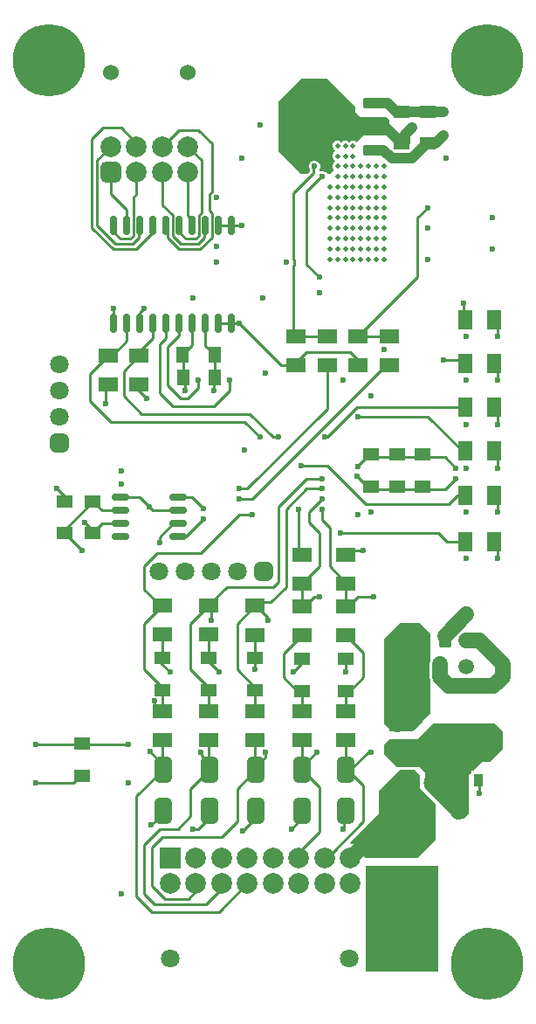
<source format=gbl>
G04*
G04 #@! TF.GenerationSoftware,Altium Limited,Altium Designer,23.0.1 (38)*
G04*
G04 Layer_Physical_Order=4*
G04 Layer_Color=16711680*
%FSLAX44Y44*%
%MOMM*%
G71*
G04*
G04 #@! TF.SameCoordinates,056E7371-CA95-4066-80D9-C2616C4CE960*
G04*
G04*
G04 #@! TF.FilePolarity,Positive*
G04*
G01*
G75*
%ADD11C,0.2500*%
%ADD17C,1.5000*%
%ADD18C,2.0000*%
%ADD19R,1.9500X1.4000*%
%ADD20R,1.6000X1.2000*%
%ADD21R,1.2000X1.6000*%
%ADD22R,1.4000X1.9500*%
G04:AMPARAMS|DCode=26|XSize=1.7mm|YSize=2.5mm|CornerRadius=0.425mm|HoleSize=0mm|Usage=FLASHONLY|Rotation=0.000|XOffset=0mm|YOffset=0mm|HoleType=Round|Shape=RoundedRectangle|*
%AMROUNDEDRECTD26*
21,1,1.7000,1.6500,0,0,0.0*
21,1,0.8500,2.5000,0,0,0.0*
1,1,0.8500,0.4250,-0.8250*
1,1,0.8500,-0.4250,-0.8250*
1,1,0.8500,-0.4250,0.8250*
1,1,0.8500,0.4250,0.8250*
%
%ADD26ROUNDEDRECTD26*%
%ADD51C,1.8000*%
%ADD52R,2.0000X2.0000*%
%ADD53C,7.0000*%
%ADD54C,1.5240*%
G04:AMPARAMS|DCode=55|XSize=2mm|YSize=2mm|CornerRadius=0.5mm|HoleSize=0mm|Usage=FLASHONLY|Rotation=90.000|XOffset=0mm|YOffset=0mm|HoleType=Round|Shape=RoundedRectangle|*
%AMROUNDEDRECTD55*
21,1,2.0000,1.0000,0,0,90.0*
21,1,1.0000,2.0000,0,0,90.0*
1,1,1.0000,0.5000,0.5000*
1,1,1.0000,0.5000,-0.5000*
1,1,1.0000,-0.5000,-0.5000*
1,1,1.0000,-0.5000,0.5000*
%
%ADD55ROUNDEDRECTD55*%
G04:AMPARAMS|DCode=56|XSize=1.8mm|YSize=1.8mm|CornerRadius=0.45mm|HoleSize=0mm|Usage=FLASHONLY|Rotation=270.000|XOffset=0mm|YOffset=0mm|HoleType=Round|Shape=RoundedRectangle|*
%AMROUNDEDRECTD56*
21,1,1.8000,0.9000,0,0,270.0*
21,1,0.9000,1.8000,0,0,270.0*
1,1,0.9000,-0.4500,-0.4500*
1,1,0.9000,-0.4500,0.4500*
1,1,0.9000,0.4500,0.4500*
1,1,0.9000,0.4500,-0.4500*
%
%ADD56ROUNDEDRECTD56*%
G04:AMPARAMS|DCode=57|XSize=1.8mm|YSize=1.8mm|CornerRadius=0.45mm|HoleSize=0mm|Usage=FLASHONLY|Rotation=180.000|XOffset=0mm|YOffset=0mm|HoleType=Round|Shape=RoundedRectangle|*
%AMROUNDEDRECTD57*
21,1,1.8000,0.9000,0,0,180.0*
21,1,0.9000,1.8000,0,0,180.0*
1,1,0.9000,-0.4500,0.4500*
1,1,0.9000,0.4500,0.4500*
1,1,0.9000,0.4500,-0.4500*
1,1,0.9000,-0.4500,-0.4500*
%
%ADD57ROUNDEDRECTD57*%
%ADD58C,0.7000*%
%ADD59C,0.5000*%
%ADD60C,0.6000*%
G04:AMPARAMS|DCode=61|XSize=3.3mm|YSize=2.3mm|CornerRadius=0.575mm|HoleSize=0mm|Usage=FLASHONLY|Rotation=0.000|XOffset=0mm|YOffset=0mm|HoleType=Round|Shape=RoundedRectangle|*
%AMROUNDEDRECTD61*
21,1,3.3000,1.1500,0,0,0.0*
21,1,2.1500,2.3000,0,0,0.0*
1,1,1.1500,1.0750,-0.5750*
1,1,1.1500,-1.0750,-0.5750*
1,1,1.1500,-1.0750,0.5750*
1,1,1.1500,1.0750,0.5750*
%
%ADD61ROUNDEDRECTD61*%
G04:AMPARAMS|DCode=62|XSize=0.6mm|YSize=1.9mm|CornerRadius=0.15mm|HoleSize=0mm|Usage=FLASHONLY|Rotation=180.000|XOffset=0mm|YOffset=0mm|HoleType=Round|Shape=RoundedRectangle|*
%AMROUNDEDRECTD62*
21,1,0.6000,1.6000,0,0,180.0*
21,1,0.3000,1.9000,0,0,180.0*
1,1,0.3000,-0.1500,0.8000*
1,1,0.3000,0.1500,0.8000*
1,1,0.3000,0.1500,-0.8000*
1,1,0.3000,-0.1500,-0.8000*
%
%ADD62ROUNDEDRECTD62*%
G04:AMPARAMS|DCode=63|XSize=1mm|YSize=2.1mm|CornerRadius=0.25mm|HoleSize=0mm|Usage=FLASHONLY|Rotation=90.000|XOffset=0mm|YOffset=0mm|HoleType=Round|Shape=RoundedRectangle|*
%AMROUNDEDRECTD63*
21,1,1.0000,1.6000,0,0,90.0*
21,1,0.5000,2.1000,0,0,90.0*
1,1,0.5000,0.8000,0.2500*
1,1,0.5000,0.8000,-0.2500*
1,1,0.5000,-0.8000,-0.2500*
1,1,0.5000,-0.8000,0.2500*
%
%ADD63ROUNDEDRECTD63*%
G04:AMPARAMS|DCode=64|XSize=3.3mm|YSize=2.1mm|CornerRadius=0.525mm|HoleSize=0mm|Usage=FLASHONLY|Rotation=90.000|XOffset=0mm|YOffset=0mm|HoleType=Round|Shape=RoundedRectangle|*
%AMROUNDEDRECTD64*
21,1,3.3000,1.0500,0,0,90.0*
21,1,2.2500,2.1000,0,0,90.0*
1,1,1.0500,0.5250,1.1250*
1,1,1.0500,0.5250,-1.1250*
1,1,1.0500,-0.5250,-1.1250*
1,1,1.0500,-0.5250,1.1250*
%
%ADD64ROUNDEDRECTD64*%
G04:AMPARAMS|DCode=65|XSize=0.65mm|YSize=1.7mm|CornerRadius=0.1625mm|HoleSize=0mm|Usage=FLASHONLY|Rotation=90.000|XOffset=0mm|YOffset=0mm|HoleType=Round|Shape=RoundedRectangle|*
%AMROUNDEDRECTD65*
21,1,0.6500,1.3750,0,0,90.0*
21,1,0.3250,1.7000,0,0,90.0*
1,1,0.3250,0.6875,0.1625*
1,1,0.3250,0.6875,-0.1625*
1,1,0.3250,-0.6875,-0.1625*
1,1,0.3250,-0.6875,0.1625*
%
%ADD65ROUNDEDRECTD65*%
%ADD66R,0.9000X1.3000*%
G04:AMPARAMS|DCode=67|XSize=1.3mm|YSize=1.1mm|CornerRadius=0.275mm|HoleSize=0mm|Usage=FLASHONLY|Rotation=90.000|XOffset=0mm|YOffset=0mm|HoleType=Round|Shape=RoundedRectangle|*
%AMROUNDEDRECTD67*
21,1,1.3000,0.5500,0,0,90.0*
21,1,0.7500,1.1000,0,0,90.0*
1,1,0.5500,0.2750,0.3750*
1,1,0.5500,0.2750,-0.3750*
1,1,0.5500,-0.2750,-0.3750*
1,1,0.5500,-0.2750,0.3750*
%
%ADD67ROUNDEDRECTD67*%
%ADD68R,1.3000X2.2000*%
G04:AMPARAMS|DCode=69|XSize=1.75mm|YSize=1.25mm|CornerRadius=0.3125mm|HoleSize=0mm|Usage=FLASHONLY|Rotation=270.000|XOffset=0mm|YOffset=0mm|HoleType=Round|Shape=RoundedRectangle|*
%AMROUNDEDRECTD69*
21,1,1.7500,0.6250,0,0,270.0*
21,1,1.1250,1.2500,0,0,270.0*
1,1,0.6250,-0.3125,-0.5625*
1,1,0.6250,-0.3125,0.5625*
1,1,0.6250,0.3125,0.5625*
1,1,0.6250,0.3125,-0.5625*
%
%ADD69ROUNDEDRECTD69*%
%ADD70C,1.0000*%
%ADD71C,1.5000*%
G36*
X335000Y867500D02*
Y862500D01*
X340000Y857500D01*
X365000D01*
X367500Y855000D01*
Y840000D01*
X342500D01*
X336064Y833564D01*
X335355Y834273D01*
X333503Y835040D01*
X331497D01*
X329645Y834273D01*
X328750Y833378D01*
X327855Y834273D01*
X326003Y835040D01*
X323997D01*
X322145Y834273D01*
X321250Y833378D01*
X320355Y834273D01*
X318503Y835040D01*
X316497D01*
X314645Y834273D01*
X313227Y832855D01*
X312460Y831003D01*
Y828997D01*
X313227Y827145D01*
X314645Y825727D01*
X314868Y825635D01*
Y824365D01*
X314645Y824273D01*
X313227Y822855D01*
X312460Y821003D01*
Y818997D01*
X313227Y817145D01*
X314645Y815727D01*
X314868Y815635D01*
Y814365D01*
X314645Y814273D01*
X313227Y812855D01*
X312460Y811003D01*
Y808997D01*
X313227Y807145D01*
X313936Y806436D01*
X310000Y802500D01*
X307461D01*
X307197Y803138D01*
X305638Y804697D01*
X303602Y805540D01*
X301398D01*
X300596Y805208D01*
X299121Y805972D01*
X299063Y806228D01*
X299697Y806862D01*
X300540Y808898D01*
Y811102D01*
X299697Y813138D01*
X298138Y814697D01*
X296102Y815540D01*
X293898D01*
X291862Y814697D01*
X290303Y813138D01*
X289460Y811102D01*
Y808898D01*
X290303Y806862D01*
X290466Y806699D01*
Y804984D01*
X287982Y802500D01*
X282500D01*
X260000Y825000D01*
Y872500D01*
X282500Y895000D01*
X307500D01*
X335000Y867500D01*
D02*
G37*
G36*
X407500Y357500D02*
Y330801D01*
X407218Y330121D01*
X407178Y329816D01*
X406873Y327500D01*
X406873Y327500D01*
Y314797D01*
X406873Y314797D01*
X407178Y312481D01*
X407218Y312176D01*
X407500Y311496D01*
Y280000D01*
X390000Y262500D01*
X367500D01*
Y265000D01*
X362500Y270000D01*
Y287500D01*
Y352500D01*
X377500Y367500D01*
X397500D01*
X407500Y357500D01*
D02*
G37*
G36*
X477500Y262500D02*
X477500D01*
Y245000D01*
X465000Y232500D01*
X457500D01*
X449040Y224040D01*
X447460D01*
Y222460D01*
X445000Y220000D01*
Y182500D01*
X440000Y177500D01*
X432500D01*
X402500Y207500D01*
Y222500D01*
X397500Y227500D01*
X392951D01*
X392500Y227590D01*
X377500D01*
X377049Y227500D01*
X375000D01*
X362500Y240000D01*
Y250000D01*
X367500Y255000D01*
X395000D01*
X410000Y270000D01*
X470000D01*
X477500Y262500D01*
D02*
G37*
G36*
X397500Y220000D02*
Y207500D01*
X412500Y192500D01*
Y157500D01*
X395000Y140000D01*
X345000D01*
X344673Y139673D01*
X343500Y140159D01*
Y141777D01*
X342580Y145211D01*
X340803Y148289D01*
X338289Y150803D01*
X335211Y152580D01*
X331777Y153500D01*
X330159D01*
X329673Y154673D01*
X357500Y182500D01*
Y205000D01*
X365000Y212500D01*
X377500Y225000D01*
X392500D01*
X397500Y220000D01*
D02*
G37*
G36*
X415000Y30000D02*
X345000D01*
Y132500D01*
X415000D01*
Y30000D01*
D02*
G37*
%LPC*%
G36*
X387500Y93864D02*
X386021Y93570D01*
X384768Y92732D01*
X383930Y91479D01*
X383636Y90000D01*
X383930Y88521D01*
X384768Y87268D01*
X388554Y83481D01*
X389808Y82643D01*
X391287Y82349D01*
X392765Y82643D01*
X394019Y83481D01*
X394857Y84735D01*
X395151Y86214D01*
X394857Y87692D01*
X394019Y88946D01*
X390232Y92732D01*
X388979Y93570D01*
X387500Y93864D01*
D02*
G37*
%LPD*%
D11*
X176550Y752500D02*
Y758865D01*
X174119Y760596D02*
X174819D01*
X172500Y762215D02*
X174119Y760596D01*
X174819D02*
X176550Y758865D01*
X172500Y762215D02*
Y804100D01*
X287500Y785947D02*
X301553Y800000D01*
X302500D01*
X287500Y715000D02*
Y785947D01*
Y715000D02*
X300000Y702500D01*
X294330Y809330D02*
X295000Y810000D01*
X275000Y784053D02*
X294330Y803383D01*
Y809330D01*
X395000Y703000D02*
Y760000D01*
X405000Y770000D01*
X337500Y645500D02*
X395000Y703000D01*
X337500Y645500D02*
X367500D01*
X275000Y719742D02*
Y784053D01*
Y648000D02*
X277500Y645500D01*
X275000Y648000D02*
Y714063D01*
X275027Y714090D02*
Y719715D01*
X275000Y714063D02*
X275027Y714090D01*
X275000Y719742D02*
X275027Y719715D01*
X147500Y772396D02*
Y804100D01*
Y772396D02*
X157420Y762476D01*
X147500Y829100D02*
X163400Y845000D01*
X182500D01*
X195520Y831980D01*
X172500Y829100D02*
X185770Y815830D01*
X122500Y783200D02*
Y804100D01*
X97500Y783200D02*
Y804100D01*
X84230Y815830D02*
X97500Y829100D01*
X84230Y752374D02*
Y815830D01*
X90000Y847500D02*
X107500D01*
X122500Y829100D02*
Y832500D01*
X107500Y847500D02*
X122500Y832500D01*
X79150Y836650D02*
X90000Y847500D01*
X79150Y750270D02*
Y836650D01*
X99850Y729570D02*
X122020D01*
X79150Y750270D02*
X99850Y729570D01*
X122020D02*
X138450Y746000D01*
X290000Y863525D02*
Y887500D01*
Y863525D02*
X294774Y858752D01*
X297500D01*
X289400Y848580D02*
Y851769D01*
X387500Y90000D02*
X391287Y86214D01*
X372500Y144000D02*
X377611Y149111D01*
X380000Y151500D01*
X172580Y100080D02*
X182500Y110000D01*
X137500Y112500D02*
X149920Y100080D01*
X172580D01*
X332500Y117500D02*
X337500D01*
X193190Y766810D02*
Y782821D01*
X195520Y740856D02*
Y764480D01*
X193190Y766810D02*
X195520Y764480D01*
X138450Y746000D02*
Y752500D01*
X195520Y785151D02*
Y831980D01*
X193190Y782821D02*
X195520Y785151D01*
X151150Y752500D02*
X152340Y751310D01*
Y740580D02*
X163350Y729570D01*
X184234D02*
X195520Y740856D01*
X163350Y729570D02*
X184234D01*
X152340Y740580D02*
Y751310D01*
X187978Y740498D02*
Y751228D01*
X182130Y734650D02*
X187978Y740498D01*
X165454Y734650D02*
X182130D01*
X157420Y742684D02*
Y762476D01*
Y742684D02*
X165454Y734650D01*
X187978Y751228D02*
X189250Y752500D01*
X163850Y746000D02*
Y752500D01*
Y746000D02*
X170120Y739730D01*
X180026D01*
X182898Y742602D02*
Y762394D01*
X185770Y765266D01*
Y815830D01*
X180026Y739730D02*
X182898Y742602D01*
X124560Y751310D02*
X125750Y752500D01*
X124560Y740580D02*
Y751310D01*
X118630Y734650D02*
X124560Y740580D01*
X101954Y734650D02*
X118630D01*
X84230Y752374D02*
X101954Y734650D01*
X100350Y746000D02*
X106620Y739730D01*
X116526D01*
X119480Y742684D01*
Y780180D01*
X100350Y746000D02*
Y752500D01*
X119480Y780180D02*
X122500Y783200D01*
X113050Y752500D02*
Y767650D01*
X97500Y783200D02*
X113050Y767650D01*
X25000Y212500D02*
X61000D01*
X68000Y219500D02*
X70000D01*
X61000Y212500D02*
X68000Y219500D01*
X145000Y445000D02*
Y450708D01*
X157942Y463650D01*
X163000D01*
X332500Y387500D02*
X337500Y392500D01*
X352500D01*
X290000Y387500D02*
X295000Y392500D01*
X300000D01*
X242500Y380000D02*
X250000Y372500D01*
Y372500D02*
Y372500D01*
X195000Y370000D02*
Y380000D01*
X140000Y287730D02*
Y292500D01*
Y287730D02*
X145730Y282000D01*
X147500D01*
X135328Y243127D02*
X145477Y232977D01*
X192500Y231613D02*
Y254000D01*
Y231613D02*
X193250Y230863D01*
X185662Y238451D02*
X192500Y231613D01*
X185662Y238451D02*
Y241838D01*
X193250Y225250D02*
Y230863D01*
X185000Y242500D02*
X185662Y241838D01*
X245000Y235000D02*
X247500Y237500D01*
Y242500D01*
X287500Y232500D02*
X297500Y242500D01*
X332500Y227500D02*
X347500Y242500D01*
X350000D01*
X136994Y171631D02*
X148250Y182887D01*
Y185750D01*
X348000Y528000D02*
X422000D01*
X323428Y167500D02*
Y183428D01*
X45000Y497500D02*
X55000Y487500D01*
X192500Y330000D02*
Y356250D01*
X272500Y167500D02*
X280000Y175000D01*
X323428Y183428D02*
X325750Y185750D01*
X177500Y167500D02*
X182500D01*
X325000Y320000D02*
Y332500D01*
X275000Y320000D02*
X282500Y327500D01*
X274909Y319909D02*
X275000Y320000D01*
X282500Y327500D02*
Y330000D01*
X279428Y328928D02*
X283250Y332750D01*
X237500Y333250D02*
X237500Y333250D01*
X237500Y322500D02*
Y333250D01*
X192500Y330000D02*
X202500Y320000D01*
X147500Y333500D02*
X150000Y331000D01*
X146250Y328750D02*
X155000Y320000D01*
X237500Y335000D02*
Y356000D01*
X137500Y112500D02*
Y150000D01*
X147500Y160000D01*
X225000Y752500D02*
X225140D01*
X214650D02*
X225000D01*
X289400Y851769D02*
X294405Y856775D01*
X336230Y510060D02*
X349290Y497000D01*
X375000D02*
X422000D01*
X349290D02*
X375000D01*
X406403Y860500D02*
X408403Y862500D01*
X25000Y250000D02*
X115000D01*
X420000Y622500D02*
X437403D01*
X287500Y857500D02*
X293380Y863380D01*
X201950Y752500D02*
X214650D01*
X135000Y480000D02*
X138650Y476350D01*
X125950Y489050D02*
X135000Y480000D01*
X455000Y202500D02*
Y214500D01*
X152010Y756325D02*
X152300Y756035D01*
X139410Y756225D02*
X139600Y756035D01*
X348580Y848580D02*
X352400D01*
X338162Y519392D02*
Y520662D01*
X348000Y530500D02*
X350000D01*
X337500Y518730D02*
X338162Y519392D01*
Y520662D02*
X348000Y530500D01*
X422000Y497000D02*
X432500Y507500D01*
X422000Y528000D02*
X432500Y517500D01*
X107000Y489050D02*
X125950D01*
X138650Y476350D02*
X163000D01*
X280000Y622500D02*
X287500Y630000D01*
X330000D01*
X337500Y622500D01*
Y617500D02*
Y622500D01*
X222500Y657500D02*
X262500Y617500D01*
X277500D01*
X125750Y668250D02*
X130000Y672500D01*
X125750Y657500D02*
Y668250D01*
X92500Y596000D02*
X95000Y598500D01*
X92500Y580000D02*
Y596000D01*
X122500Y595000D02*
X132500Y585000D01*
Y585000D02*
Y585000D01*
X214650Y657500D02*
X222500D01*
X100350D02*
Y672150D01*
X201950Y657500D02*
X214650D01*
X327500Y437500D02*
X342500D01*
X280000Y435000D02*
Y477500D01*
X287500Y497500D02*
X302500D01*
X267500Y402500D02*
Y477500D01*
X287500Y497500D01*
X260000Y407500D02*
Y480000D01*
X287500Y507500D02*
X302500D01*
X260000Y480000D02*
X287500Y507500D01*
X152500Y597500D02*
X165000Y585000D01*
X172500D01*
X182500Y595000D01*
X197500Y577500D02*
X212500Y592500D01*
X157500Y577500D02*
X197500D01*
X145000Y590000D02*
X157500Y577500D01*
X232500Y570000D02*
X255000Y547500D01*
X110000Y587500D02*
X127500Y570000D01*
X232500D01*
X227500Y562500D02*
X242500Y547500D01*
X97500Y562500D02*
X227500D01*
X77500Y582500D02*
X97500Y562500D01*
X197500Y595000D02*
Y604000D01*
X170000Y595000D02*
Y602500D01*
X147500Y333500D02*
Y356250D01*
X265000Y337500D02*
X282500Y355000D01*
X265000Y315000D02*
Y337500D01*
Y315000D02*
X278250Y301750D01*
X227500Y167500D02*
X237500Y177500D01*
X182500Y167500D02*
X192500Y177500D01*
X217500Y417500D02*
X220000D01*
X440000Y667500D02*
Y677500D01*
X374500Y863000D02*
X380000D01*
X425000Y482500D02*
X433903Y491403D01*
X345000Y482500D02*
X425000D01*
X307500Y520000D02*
X345000Y482500D01*
X282500Y520000D02*
X307500D01*
X405000Y567500D02*
X438597Y533903D01*
X337500Y567500D02*
X405000D01*
X336403Y576403D02*
X441000D01*
X307500Y547500D02*
X336403Y576403D01*
X305000Y547500D02*
X307500D01*
X472500Y645000D02*
Y662500D01*
Y602500D02*
Y615000D01*
Y560000D02*
Y575000D01*
Y517500D02*
Y530000D01*
Y475000D02*
Y485000D01*
Y430000D02*
Y445000D01*
X423597Y446403D02*
X441000D01*
X415000Y455000D02*
X423597Y446403D01*
X320000Y455000D02*
X415000D01*
X234750Y487500D02*
X364750Y617500D01*
X222500Y487500D02*
X234750D01*
X364750Y617500D02*
X367500D01*
X222500Y497500D02*
X230000D01*
X307500Y575000D02*
Y615000D01*
X230000Y497500D02*
X307500Y575000D01*
X277500Y645500D02*
X307500D01*
X192500Y300000D02*
Y305000D01*
X182500Y595000D02*
Y602500D01*
X212500Y592500D02*
Y602500D01*
X152500Y597500D02*
Y635000D01*
X77500Y609000D02*
X77500Y609000D01*
Y582500D02*
Y609000D01*
X77500Y609000D02*
X95000Y626500D01*
X110000Y611500D02*
X125000Y626500D01*
X110000Y587500D02*
Y611500D01*
X97500Y627500D02*
X100000D01*
X152500Y635000D02*
X163850Y646350D01*
X145000Y637500D02*
X151150Y643650D01*
X145000Y590000D02*
Y637500D01*
X151150Y643650D02*
Y655000D01*
X100000Y626437D02*
X100187D01*
X113050Y640550D02*
Y655000D01*
X100000Y627500D02*
X113050Y640550D01*
X127500Y632500D02*
X138450Y643450D01*
X198000Y605500D02*
X198500Y605000D01*
X198000Y605500D02*
Y627500D01*
X167000D02*
X167500Y627000D01*
Y605000D02*
Y627000D01*
X163850Y646350D02*
Y655000D01*
X255000Y547500D02*
X260000D01*
X138450Y643450D02*
Y655000D01*
X189250Y636250D02*
X198000Y627500D01*
X189250Y636250D02*
Y655000D01*
X167000Y627500D02*
X176550Y637050D01*
Y655000D01*
X302500Y467500D02*
X310000Y460000D01*
X302500Y467500D02*
Y477500D01*
X290000Y475000D02*
X302500Y487500D01*
X290000Y465000D02*
Y475000D01*
Y465000D02*
X300000Y455000D01*
X53000Y454500D02*
X70000Y437500D01*
X52500Y454500D02*
X53000D01*
X72500Y465000D02*
X80000Y457500D01*
Y454500D02*
Y457500D01*
X52500Y457500D02*
X80000Y485000D01*
Y485500D01*
Y454500D02*
X89150Y463650D01*
X107000D01*
X80000Y485500D02*
X89150Y476350D01*
X107000D01*
X170450Y450950D02*
X187500Y468000D01*
X163000Y450950D02*
X170450D01*
X176450Y489050D02*
X187500Y478000D01*
X163000Y489050D02*
X176450D01*
X142500Y435000D02*
X185000D01*
X222500Y472500D01*
X130000Y422500D02*
X142500Y435000D01*
X222500Y472500D02*
X235000D01*
X310000Y422500D02*
Y460000D01*
X130000Y400000D02*
Y422500D01*
Y400000D02*
X141250Y388750D01*
X310000Y422500D02*
X325750Y406750D01*
Y405750D02*
Y406750D01*
X300000Y422500D02*
Y455000D01*
X283250Y405750D02*
X300000Y422500D01*
X283250Y405750D02*
Y405750D01*
X240000Y387500D02*
X252500D01*
X267500Y402500D01*
X255000D02*
X260000Y407500D01*
X210000Y402500D02*
X255000D01*
X192500Y385000D02*
X210000Y402500D01*
X192500Y384250D02*
Y385000D01*
X283250Y383750D02*
Y405750D01*
X325750Y385750D02*
Y405750D01*
X278250Y301750D02*
X283250D01*
Y306750D01*
X325750Y355750D02*
X342500Y339000D01*
Y315000D02*
Y339000D01*
X329250Y301750D02*
X342500Y315000D01*
X325750Y301750D02*
X329250D01*
X283250Y282250D02*
Y301750D01*
X325750Y282250D02*
Y301750D01*
X220000Y366500D02*
X237500Y384000D01*
X220000Y322500D02*
Y366500D01*
Y322500D02*
X237500Y305000D01*
Y302250D02*
Y305000D01*
X175000Y366750D02*
X192500Y384250D01*
X175000Y322500D02*
Y366750D01*
Y322500D02*
X192500Y305000D01*
X130000Y366750D02*
X147500Y384250D01*
X130000Y322500D02*
Y366750D01*
Y322500D02*
X147500Y305000D01*
Y302500D02*
Y305000D01*
Y282000D02*
Y302500D01*
X192500Y282000D02*
Y302500D01*
X237500Y281750D02*
Y297500D01*
X147500Y226000D02*
Y254000D01*
X237500Y225750D02*
Y253750D01*
X122500Y199500D02*
X148250Y225250D01*
X175000Y207000D02*
X193250Y225250D01*
X175000Y180000D02*
Y207000D01*
X162500Y167500D02*
X175000Y180000D01*
X130000Y105000D02*
X140000Y95000D01*
X190000D01*
X207500Y112500D01*
X122500Y102500D02*
Y199500D01*
Y102500D02*
X137500Y87500D01*
X202500D01*
X232500Y117500D01*
Y117500D01*
X145000Y167500D02*
X162500D01*
X130000Y152500D02*
X145000Y167500D01*
X130000Y105000D02*
Y152500D01*
X207500Y112500D02*
Y117500D01*
X205000Y160000D02*
X220000Y175000D01*
X147500Y160000D02*
X205000D01*
X220000Y175000D02*
Y206750D01*
X235000Y221750D01*
X182500Y110000D02*
Y117500D01*
X342500Y175000D02*
Y210000D01*
X312500Y145000D02*
X342500Y175000D01*
X283250Y225250D02*
Y249250D01*
X287500Y221000D02*
X300000Y208500D01*
Y165000D02*
Y208500D01*
X282500Y147500D02*
X300000Y165000D01*
X282500Y142500D02*
Y147500D01*
X325750Y226750D02*
Y254250D01*
Y226750D02*
X342500Y210000D01*
X307500Y142500D02*
Y145000D01*
X421750Y352500D02*
Y355050D01*
X398000Y327500D02*
X399183Y326317D01*
D17*
X442500Y325000D02*
D03*
Y375800D02*
D03*
Y350400D02*
D03*
D18*
X255000Y140000D02*
D03*
X280000D02*
D03*
X155000Y115000D02*
D03*
X180000D02*
D03*
X205000D02*
D03*
X230000D02*
D03*
X255000D02*
D03*
X280000D02*
D03*
X305000D02*
D03*
X330000D02*
D03*
X180000Y140000D02*
D03*
X205000D02*
D03*
X230000D02*
D03*
X305000D02*
D03*
X330000D02*
D03*
X122500Y804100D02*
D03*
X147500D02*
D03*
X172500D02*
D03*
X97500Y829100D02*
D03*
X122500D02*
D03*
X147500D02*
D03*
X172500D02*
D03*
D19*
X192500Y356250D02*
D03*
Y384250D02*
D03*
X237500Y356000D02*
D03*
Y384000D02*
D03*
X147500Y254000D02*
D03*
Y282000D02*
D03*
X192500Y254000D02*
D03*
Y282000D02*
D03*
X237500Y253750D02*
D03*
Y281750D02*
D03*
X283250Y433750D02*
D03*
Y405750D02*
D03*
X325750Y433750D02*
D03*
Y405750D02*
D03*
X147500Y384250D02*
D03*
Y356250D02*
D03*
X283250Y282250D02*
D03*
Y254250D02*
D03*
X325750Y282250D02*
D03*
Y254250D02*
D03*
X283250Y383750D02*
D03*
Y355750D02*
D03*
X325750Y383750D02*
D03*
Y355750D02*
D03*
X125000Y626500D02*
D03*
Y598500D02*
D03*
X95000Y626500D02*
D03*
Y598500D02*
D03*
X307500Y617500D02*
D03*
Y645500D02*
D03*
X337500Y617500D02*
D03*
Y645500D02*
D03*
X367500Y617500D02*
D03*
Y645500D02*
D03*
X277500Y617500D02*
D03*
Y645500D02*
D03*
D20*
X192500Y302500D02*
D03*
Y333500D02*
D03*
X237500Y302250D02*
D03*
Y333250D02*
D03*
X283250Y332750D02*
D03*
Y301750D02*
D03*
X325750Y332750D02*
D03*
Y301750D02*
D03*
X380000Y832000D02*
D03*
Y863000D02*
D03*
X405000Y832000D02*
D03*
Y863000D02*
D03*
X52500Y454500D02*
D03*
Y485500D02*
D03*
X80000Y454500D02*
D03*
Y485500D02*
D03*
X350000Y530500D02*
D03*
Y499500D02*
D03*
X400000Y530500D02*
D03*
Y499500D02*
D03*
X147500Y302500D02*
D03*
Y333500D02*
D03*
X70000Y250500D02*
D03*
Y219500D02*
D03*
X375000Y499500D02*
D03*
Y530500D02*
D03*
D21*
X167000Y627500D02*
D03*
X198000D02*
D03*
X167500Y605000D02*
D03*
X198500D02*
D03*
D22*
X441000Y446403D02*
D03*
X469000D02*
D03*
X441000Y491403D02*
D03*
X469000D02*
D03*
X441000Y533903D02*
D03*
X469000D02*
D03*
X441000Y576403D02*
D03*
X469000D02*
D03*
X441000Y618903D02*
D03*
X469000D02*
D03*
X441000Y661403D02*
D03*
X469000D02*
D03*
D26*
X193250Y185750D02*
D03*
Y225250D02*
D03*
X238250Y185500D02*
D03*
Y225000D02*
D03*
X283250Y225250D02*
D03*
Y185750D02*
D03*
X148250D02*
D03*
Y225250D02*
D03*
X325750Y185750D02*
D03*
Y225250D02*
D03*
D51*
X155000Y42610D02*
D03*
X328990D02*
D03*
X143800Y417500D02*
D03*
X169200D02*
D03*
X194600D02*
D03*
X220000D02*
D03*
X410200Y212500D02*
D03*
X384800D02*
D03*
X47500Y618300D02*
D03*
Y592900D02*
D03*
Y567500D02*
D03*
X375000Y244800D02*
D03*
Y270200D02*
D03*
D52*
X155000Y140000D02*
D03*
D53*
X462500Y912500D02*
D03*
X462500Y37500D02*
D03*
X37500D02*
D03*
Y912500D02*
D03*
D54*
X172500Y900900D02*
D03*
X97500D02*
D03*
D55*
Y804100D02*
D03*
D56*
X245400Y417500D02*
D03*
D57*
X47500Y542100D02*
D03*
D58*
X350000Y35000D02*
D03*
X292500Y847500D02*
D03*
X465000Y940000D02*
D03*
X485000Y932500D02*
D03*
X445000D02*
D03*
X437500Y912500D02*
D03*
X445000Y892500D02*
D03*
X465000Y885000D02*
D03*
X485000Y892500D02*
D03*
X492500Y912500D02*
D03*
X272500Y867500D02*
D03*
Y857500D02*
D03*
Y847500D02*
D03*
X292500Y867500D02*
D03*
Y857500D02*
D03*
X282500Y847500D02*
D03*
Y857500D02*
D03*
Y867500D02*
D03*
X462500Y65000D02*
D03*
X482500Y57500D02*
D03*
X490000Y37500D02*
D03*
X482500Y17500D02*
D03*
X462500Y10000D02*
D03*
X442500Y17500D02*
D03*
X435000Y37500D02*
D03*
X442500Y57500D02*
D03*
X57500Y932500D02*
D03*
X65000Y912500D02*
D03*
X57500Y892500D02*
D03*
X37500Y885000D02*
D03*
X17500Y892500D02*
D03*
X10000Y912500D02*
D03*
X17500Y932500D02*
D03*
X37500Y940000D02*
D03*
Y65000D02*
D03*
X57500Y57500D02*
D03*
X65000Y37500D02*
D03*
X17500Y17500D02*
D03*
X37500Y10000D02*
D03*
X17500Y57500D02*
D03*
X57500Y17500D02*
D03*
X10000Y37500D02*
D03*
D59*
X317500Y820000D02*
D03*
X332500D02*
D03*
X325000D02*
D03*
Y830000D02*
D03*
X332500D02*
D03*
X317500D02*
D03*
Y810000D02*
D03*
X332500D02*
D03*
X325000D02*
D03*
X347500D02*
D03*
X340000D02*
D03*
X362500D02*
D03*
X355000D02*
D03*
Y800000D02*
D03*
X362500D02*
D03*
X340000D02*
D03*
X347500D02*
D03*
X325000D02*
D03*
X332500D02*
D03*
X317500D02*
D03*
X310000Y760000D02*
D03*
X317500D02*
D03*
X332500D02*
D03*
X325000D02*
D03*
X347500D02*
D03*
X340000D02*
D03*
X362500D02*
D03*
X355000D02*
D03*
Y770000D02*
D03*
X362500D02*
D03*
X340000D02*
D03*
X347500D02*
D03*
X325000D02*
D03*
X332500D02*
D03*
X317500D02*
D03*
X310000D02*
D03*
Y790000D02*
D03*
X317500D02*
D03*
X332500D02*
D03*
X325000D02*
D03*
X347500D02*
D03*
X340000D02*
D03*
X362500D02*
D03*
X355000D02*
D03*
Y780000D02*
D03*
X362500D02*
D03*
X340000D02*
D03*
X347500D02*
D03*
X325000D02*
D03*
X332500D02*
D03*
X317500D02*
D03*
X310000D02*
D03*
Y740000D02*
D03*
X317500D02*
D03*
X332500D02*
D03*
X325000D02*
D03*
X347500D02*
D03*
X340000D02*
D03*
X362500D02*
D03*
X355000D02*
D03*
Y750000D02*
D03*
X362500D02*
D03*
X340000D02*
D03*
X347500D02*
D03*
X325000D02*
D03*
X332500D02*
D03*
X317500D02*
D03*
X310000D02*
D03*
Y730000D02*
D03*
X317500D02*
D03*
X332500D02*
D03*
X325000D02*
D03*
X347500D02*
D03*
X340000D02*
D03*
X362500D02*
D03*
X355000D02*
D03*
Y720000D02*
D03*
X362500D02*
D03*
X340000D02*
D03*
X347500D02*
D03*
X325000D02*
D03*
X332500D02*
D03*
X317500D02*
D03*
X310000D02*
D03*
D60*
X302500Y800000D02*
D03*
X295000Y810000D02*
D03*
X405000Y770000D02*
D03*
X300000Y702500D02*
D03*
X290000Y887500D02*
D03*
X200000Y780000D02*
D03*
X107500Y502500D02*
D03*
Y515000D02*
D03*
X302500Y507500D02*
D03*
X280000Y477500D02*
D03*
X337500Y472500D02*
D03*
X342500Y437500D02*
D03*
X132500Y585000D02*
D03*
X92500Y580000D02*
D03*
X222500Y657500D02*
D03*
X100000Y672500D02*
D03*
X420000Y862500D02*
D03*
X225000Y752500D02*
D03*
X300000Y687500D02*
D03*
X268237Y716902D02*
D03*
X247500Y610000D02*
D03*
X130000Y672500D02*
D03*
X242500Y850000D02*
D03*
X420000Y840000D02*
D03*
X467500Y760000D02*
D03*
X45000Y497500D02*
D03*
X135000Y480000D02*
D03*
X145000Y445000D02*
D03*
X432500Y517500D02*
D03*
Y507500D02*
D03*
X337500Y518730D02*
D03*
X390000Y847500D02*
D03*
X200000Y717500D02*
D03*
X467500Y730000D02*
D03*
X405000Y720000D02*
D03*
Y750000D02*
D03*
X245000Y682500D02*
D03*
X322500Y602500D02*
D03*
X177500Y682500D02*
D03*
X362500Y632500D02*
D03*
X420000Y622500D02*
D03*
X225000Y817500D02*
D03*
X455000Y202500D02*
D03*
X350000Y475000D02*
D03*
Y587500D02*
D03*
X200000Y732500D02*
D03*
X297500Y242500D02*
D03*
X247500D02*
D03*
X135328Y243127D02*
D03*
X185000Y242500D02*
D03*
X350000D02*
D03*
X352500Y392500D02*
D03*
X300000D02*
D03*
X250000Y370000D02*
D03*
X195000D02*
D03*
X140000Y292500D02*
D03*
X72500Y465000D02*
D03*
X235000Y472500D02*
D03*
X70000Y437500D02*
D03*
X302500Y477500D02*
D03*
Y487500D02*
D03*
Y497500D02*
D03*
X187500Y478000D02*
D03*
X222500Y487500D02*
D03*
X187500Y468000D02*
D03*
X222500Y497500D02*
D03*
X336230Y510060D02*
D03*
X260000Y547500D02*
D03*
X242500D02*
D03*
X212500Y602500D02*
D03*
X182500D02*
D03*
X320000Y455000D02*
D03*
X472500Y517500D02*
D03*
Y645000D02*
D03*
Y602500D02*
D03*
Y560000D02*
D03*
Y475000D02*
D03*
Y430000D02*
D03*
X305000Y547500D02*
D03*
X282500Y520000D02*
D03*
X337500Y567500D02*
D03*
X440000Y677500D02*
D03*
X442500Y430000D02*
D03*
Y475000D02*
D03*
Y517500D02*
D03*
Y645000D02*
D03*
Y602500D02*
D03*
Y560000D02*
D03*
X225750Y166250D02*
D03*
X115000Y212500D02*
D03*
X237500Y322500D02*
D03*
X227500Y535000D02*
D03*
X197500Y592500D02*
D03*
X170000D02*
D03*
X25000Y250000D02*
D03*
X115000D02*
D03*
X325000Y320000D02*
D03*
X275000D02*
D03*
X422500Y817500D02*
D03*
X155000Y320000D02*
D03*
X25000Y212500D02*
D03*
X322500Y167500D02*
D03*
X177500D02*
D03*
X107500Y105000D02*
D03*
X136994Y171631D02*
D03*
X202500Y320000D02*
D03*
X272500Y167500D02*
D03*
D61*
X380000Y83500D02*
D03*
Y151500D02*
D03*
D62*
X214650Y657500D02*
D03*
X201950D02*
D03*
X189250D02*
D03*
X176550D02*
D03*
X163850D02*
D03*
X151150D02*
D03*
X138450D02*
D03*
X125750D02*
D03*
X113050D02*
D03*
X100350D02*
D03*
X214650Y752500D02*
D03*
X201950D02*
D03*
X189250D02*
D03*
X176550D02*
D03*
X163850D02*
D03*
X151150D02*
D03*
X138450D02*
D03*
X125750D02*
D03*
X113050D02*
D03*
X100350D02*
D03*
D63*
X352400Y871580D02*
D03*
Y848580D02*
D03*
Y825580D02*
D03*
D64*
X289400Y848580D02*
D03*
D65*
X107000Y450950D02*
D03*
Y463650D02*
D03*
Y476350D02*
D03*
Y489050D02*
D03*
X163000Y450950D02*
D03*
Y463650D02*
D03*
Y476350D02*
D03*
Y489050D02*
D03*
D66*
X417000Y327500D02*
D03*
X398000D02*
D03*
X435500Y215000D02*
D03*
X454500D02*
D03*
D67*
X435000Y185000D02*
D03*
X400000D02*
D03*
D68*
X399183Y298933D02*
D03*
X455750Y246000D02*
D03*
D69*
X393250Y352500D02*
D03*
X421750D02*
D03*
D70*
X377000Y833000D02*
X378000Y832000D01*
X363025Y848975D02*
X377000Y835000D01*
X378000Y832000D02*
X380000D01*
X377000Y833000D02*
Y835000D01*
X383000Y833000D02*
Y840500D01*
X382000Y832000D02*
X383000Y833000D01*
Y840500D02*
X390000Y847500D01*
X403000Y832000D02*
X404500D01*
X402000Y829500D02*
Y831000D01*
X361920Y825580D02*
X370000Y817500D01*
X390000D01*
X402000Y831000D02*
X403000Y832000D01*
X390000Y817500D02*
X402000Y829500D01*
X412500Y832500D02*
X420000Y840000D01*
X408403Y862500D02*
X420000D01*
X380000Y863000D02*
X405000D01*
X365920Y871580D02*
X374500Y863000D01*
X352400Y871580D02*
X365920D01*
D71*
X342312Y151500D02*
X380000D01*
X385000D02*
X389000Y155500D01*
X380000Y151500D02*
X385000D01*
X389000Y155500D02*
Y157444D01*
X454600Y350400D02*
X477500Y327500D01*
X468713Y306287D02*
X477500Y315074D01*
X442500Y350400D02*
X454600D01*
X425510Y306287D02*
X468713D01*
X477500Y315074D02*
Y327500D01*
X417000Y314797D02*
X425510Y306287D01*
X417000Y327500D02*
X417000Y327500D01*
X417000Y314797D02*
Y327500D01*
X332500Y142500D02*
X333312D01*
X342312Y151500D01*
X400000Y168444D02*
Y185000D01*
X389000Y157444D02*
X400000Y168444D01*
X452500Y242500D02*
X454750D01*
X435500Y215000D02*
Y225500D01*
X452500Y242500D01*
X375000Y244800D02*
X454550D01*
X385374Y199626D02*
X400000Y185000D01*
X385374Y199626D02*
Y211926D01*
X384800Y212500D02*
X385374Y211926D01*
X410200Y212500D02*
X433000D01*
X397500Y280000D02*
Y292500D01*
X387700Y270200D02*
X397500Y280000D01*
X375000Y270200D02*
X387700D01*
X421750Y355050D02*
X442500Y375800D01*
X397500Y328000D02*
Y337500D01*
X393250Y341750D02*
X397500Y337500D01*
X393250Y341750D02*
Y352500D01*
X399183Y298933D02*
Y326317D01*
X435000Y185000D02*
Y214500D01*
M02*

</source>
